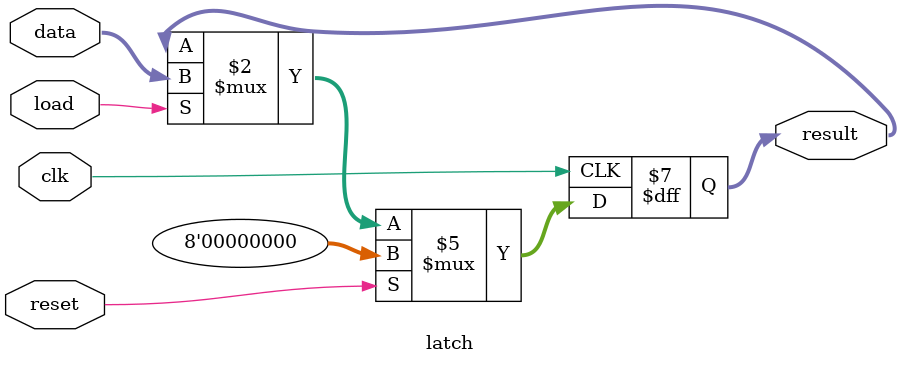
<source format=v>
`timescale 1ns / 1ps


module latch
(
    input wire [WIDTH-1:0] data,
    //input wire clk,reset,load,
    inout clk,reset,load,
    output reg [WIDTH-1:0] result
);
    parameter WIDTH = 8;
    always @(posedge clk) 
    begin
        if(reset) result <= 0;
        else if(load) result <= data;
    end
     
endmodule

</source>
